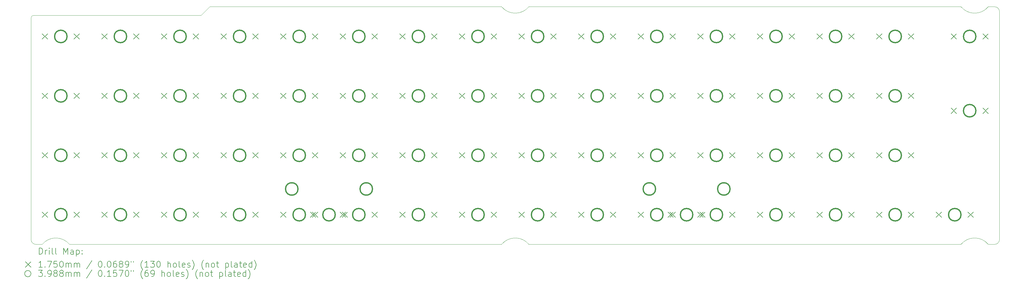
<source format=gbr>
%TF.GenerationSoftware,KiCad,Pcbnew,8.0.2-1.fc39*%
%TF.CreationDate,2024-05-29T21:02:28-04:00*%
%TF.ProjectId,KeychronQ9OrthoIntegrated,4b657963-6872-46f6-9e51-394f7274686f,rev?*%
%TF.SameCoordinates,Original*%
%TF.FileFunction,Drillmap*%
%TF.FilePolarity,Positive*%
%FSLAX45Y45*%
G04 Gerber Fmt 4.5, Leading zero omitted, Abs format (unit mm)*
G04 Created by KiCad (PCBNEW 8.0.2-1.fc39) date 2024-05-29 21:02:28*
%MOMM*%
%LPD*%
G01*
G04 APERTURE LIST*
%ADD10C,0.050000*%
%ADD11C,0.200000*%
%ADD12C,0.175000*%
%ADD13C,0.398780*%
G04 APERTURE END LIST*
D10*
X1746250Y-9207500D02*
G75*
G02*
X1587500Y-9048750I0J158750D01*
G01*
X16629062Y-9207500D02*
G75*
G02*
X17502188Y-9207500I436563J-357187D01*
G01*
X1944687Y-9207500D02*
G75*
G02*
X2817812Y-9207500I436563J-357187D01*
G01*
X32186562Y-1587500D02*
G75*
G02*
X31313437Y-1587500I-436563J357187D01*
G01*
X32186562Y-9207500D02*
X32385000Y-9207500D01*
X17502188Y-9207500D02*
X31313437Y-9207500D01*
X32543750Y-9048750D02*
G75*
G02*
X32385000Y-9207500I-158750J0D01*
G01*
X7302500Y-1587500D02*
X7024687Y-1865312D01*
X1587500Y-1944687D02*
G75*
G02*
X1666875Y-1865310I79380J-3D01*
G01*
X1587500Y-1944687D02*
X1587500Y-9048750D01*
X17502188Y-1587500D02*
G75*
G02*
X16629062Y-1587500I-436563J357187D01*
G01*
X31313437Y-9207500D02*
G75*
G02*
X32186562Y-9207500I436563J-357187D01*
G01*
X1746250Y-9207500D02*
X1944687Y-9207500D01*
X7024687Y-1865312D02*
X1666875Y-1865312D01*
X32186562Y-1587500D02*
X32385000Y-1587500D01*
X17502188Y-1587500D02*
X31313437Y-1587500D01*
X16629062Y-1587500D02*
X7302500Y-1587500D01*
X32385000Y-1587500D02*
G75*
G02*
X32543750Y-1746250I0J-158750D01*
G01*
X16629062Y-9207500D02*
X2817812Y-9207500D01*
X32543750Y-1746250D02*
X32543750Y-9048750D01*
D11*
D12*
X1944500Y-2452500D02*
X2119500Y-2627500D01*
X2119500Y-2452500D02*
X1944500Y-2627500D01*
X1944500Y-4357500D02*
X2119500Y-4532500D01*
X2119500Y-4357500D02*
X1944500Y-4532500D01*
X1944500Y-6262500D02*
X2119500Y-6437500D01*
X2119500Y-6262500D02*
X1944500Y-6437500D01*
X1944500Y-8167500D02*
X2119500Y-8342500D01*
X2119500Y-8167500D02*
X1944500Y-8342500D01*
X2960500Y-2452500D02*
X3135500Y-2627500D01*
X3135500Y-2452500D02*
X2960500Y-2627500D01*
X2960500Y-4357500D02*
X3135500Y-4532500D01*
X3135500Y-4357500D02*
X2960500Y-4532500D01*
X2960500Y-6262500D02*
X3135500Y-6437500D01*
X3135500Y-6262500D02*
X2960500Y-6437500D01*
X2960500Y-8167500D02*
X3135500Y-8342500D01*
X3135500Y-8167500D02*
X2960500Y-8342500D01*
X3849500Y-2452500D02*
X4024500Y-2627500D01*
X4024500Y-2452500D02*
X3849500Y-2627500D01*
X3849500Y-4357500D02*
X4024500Y-4532500D01*
X4024500Y-4357500D02*
X3849500Y-4532500D01*
X3849500Y-6262500D02*
X4024500Y-6437500D01*
X4024500Y-6262500D02*
X3849500Y-6437500D01*
X3849500Y-8167500D02*
X4024500Y-8342500D01*
X4024500Y-8167500D02*
X3849500Y-8342500D01*
X4865500Y-2452500D02*
X5040500Y-2627500D01*
X5040500Y-2452500D02*
X4865500Y-2627500D01*
X4865500Y-4357500D02*
X5040500Y-4532500D01*
X5040500Y-4357500D02*
X4865500Y-4532500D01*
X4865500Y-6262500D02*
X5040500Y-6437500D01*
X5040500Y-6262500D02*
X4865500Y-6437500D01*
X4865500Y-8167500D02*
X5040500Y-8342500D01*
X5040500Y-8167500D02*
X4865500Y-8342500D01*
X5754500Y-2452500D02*
X5929500Y-2627500D01*
X5929500Y-2452500D02*
X5754500Y-2627500D01*
X5754500Y-4357500D02*
X5929500Y-4532500D01*
X5929500Y-4357500D02*
X5754500Y-4532500D01*
X5754500Y-6262500D02*
X5929500Y-6437500D01*
X5929500Y-6262500D02*
X5754500Y-6437500D01*
X5754500Y-8167500D02*
X5929500Y-8342500D01*
X5929500Y-8167500D02*
X5754500Y-8342500D01*
X6770500Y-2452500D02*
X6945500Y-2627500D01*
X6945500Y-2452500D02*
X6770500Y-2627500D01*
X6770500Y-4357500D02*
X6945500Y-4532500D01*
X6945500Y-4357500D02*
X6770500Y-4532500D01*
X6770500Y-6262500D02*
X6945500Y-6437500D01*
X6945500Y-6262500D02*
X6770500Y-6437500D01*
X6770500Y-8167500D02*
X6945500Y-8342500D01*
X6945500Y-8167500D02*
X6770500Y-8342500D01*
X7659500Y-2452500D02*
X7834500Y-2627500D01*
X7834500Y-2452500D02*
X7659500Y-2627500D01*
X7659500Y-4357500D02*
X7834500Y-4532500D01*
X7834500Y-4357500D02*
X7659500Y-4532500D01*
X7659500Y-6262500D02*
X7834500Y-6437500D01*
X7834500Y-6262500D02*
X7659500Y-6437500D01*
X7659500Y-8167500D02*
X7834500Y-8342500D01*
X7834500Y-8167500D02*
X7659500Y-8342500D01*
X8675500Y-2452500D02*
X8850500Y-2627500D01*
X8850500Y-2452500D02*
X8675500Y-2627500D01*
X8675500Y-4357500D02*
X8850500Y-4532500D01*
X8850500Y-4357500D02*
X8675500Y-4532500D01*
X8675500Y-6262500D02*
X8850500Y-6437500D01*
X8850500Y-6262500D02*
X8675500Y-6437500D01*
X8675500Y-8167500D02*
X8850500Y-8342500D01*
X8850500Y-8167500D02*
X8675500Y-8342500D01*
X9564500Y-2452500D02*
X9739500Y-2627500D01*
X9739500Y-2452500D02*
X9564500Y-2627500D01*
X9564500Y-4357500D02*
X9739500Y-4532500D01*
X9739500Y-4357500D02*
X9564500Y-4532500D01*
X9564500Y-6262500D02*
X9739500Y-6437500D01*
X9739500Y-6262500D02*
X9564500Y-6437500D01*
X9564500Y-8167500D02*
X9739500Y-8342500D01*
X9739500Y-8167500D02*
X9564500Y-8342500D01*
X10517000Y-8167500D02*
X10692000Y-8342500D01*
X10692000Y-8167500D02*
X10517000Y-8342500D01*
X10580500Y-2452500D02*
X10755500Y-2627500D01*
X10755500Y-2452500D02*
X10580500Y-2627500D01*
X10580500Y-4357500D02*
X10755500Y-4532500D01*
X10755500Y-4357500D02*
X10580500Y-4532500D01*
X10580500Y-6262500D02*
X10755500Y-6437500D01*
X10755500Y-6262500D02*
X10580500Y-6437500D01*
X10580500Y-8167500D02*
X10755500Y-8342500D01*
X10755500Y-8167500D02*
X10580500Y-8342500D01*
X11469500Y-2452500D02*
X11644500Y-2627500D01*
X11644500Y-2452500D02*
X11469500Y-2627500D01*
X11469500Y-4357500D02*
X11644500Y-4532500D01*
X11644500Y-4357500D02*
X11469500Y-4532500D01*
X11469500Y-6262500D02*
X11644500Y-6437500D01*
X11644500Y-6262500D02*
X11469500Y-6437500D01*
X11469500Y-8167500D02*
X11644500Y-8342500D01*
X11644500Y-8167500D02*
X11469500Y-8342500D01*
X11533000Y-8167500D02*
X11708000Y-8342500D01*
X11708000Y-8167500D02*
X11533000Y-8342500D01*
X12485500Y-2452500D02*
X12660500Y-2627500D01*
X12660500Y-2452500D02*
X12485500Y-2627500D01*
X12485500Y-4357500D02*
X12660500Y-4532500D01*
X12660500Y-4357500D02*
X12485500Y-4532500D01*
X12485500Y-6262500D02*
X12660500Y-6437500D01*
X12660500Y-6262500D02*
X12485500Y-6437500D01*
X12485500Y-8167500D02*
X12660500Y-8342500D01*
X12660500Y-8167500D02*
X12485500Y-8342500D01*
X13374500Y-2452500D02*
X13549500Y-2627500D01*
X13549500Y-2452500D02*
X13374500Y-2627500D01*
X13374500Y-4357500D02*
X13549500Y-4532500D01*
X13549500Y-4357500D02*
X13374500Y-4532500D01*
X13374500Y-6262500D02*
X13549500Y-6437500D01*
X13549500Y-6262500D02*
X13374500Y-6437500D01*
X13374500Y-8167500D02*
X13549500Y-8342500D01*
X13549500Y-8167500D02*
X13374500Y-8342500D01*
X14390500Y-2452500D02*
X14565500Y-2627500D01*
X14565500Y-2452500D02*
X14390500Y-2627500D01*
X14390500Y-4357500D02*
X14565500Y-4532500D01*
X14565500Y-4357500D02*
X14390500Y-4532500D01*
X14390500Y-6262500D02*
X14565500Y-6437500D01*
X14565500Y-6262500D02*
X14390500Y-6437500D01*
X14390500Y-8167500D02*
X14565500Y-8342500D01*
X14565500Y-8167500D02*
X14390500Y-8342500D01*
X15279500Y-2452500D02*
X15454500Y-2627500D01*
X15454500Y-2452500D02*
X15279500Y-2627500D01*
X15279500Y-4357500D02*
X15454500Y-4532500D01*
X15454500Y-4357500D02*
X15279500Y-4532500D01*
X15279500Y-6262500D02*
X15454500Y-6437500D01*
X15454500Y-6262500D02*
X15279500Y-6437500D01*
X15279500Y-8167500D02*
X15454500Y-8342500D01*
X15454500Y-8167500D02*
X15279500Y-8342500D01*
X16295500Y-2452500D02*
X16470500Y-2627500D01*
X16470500Y-2452500D02*
X16295500Y-2627500D01*
X16295500Y-4357500D02*
X16470500Y-4532500D01*
X16470500Y-4357500D02*
X16295500Y-4532500D01*
X16295500Y-6262500D02*
X16470500Y-6437500D01*
X16470500Y-6262500D02*
X16295500Y-6437500D01*
X16295500Y-8167500D02*
X16470500Y-8342500D01*
X16470500Y-8167500D02*
X16295500Y-8342500D01*
X17184500Y-2452500D02*
X17359500Y-2627500D01*
X17359500Y-2452500D02*
X17184500Y-2627500D01*
X17184500Y-4357500D02*
X17359500Y-4532500D01*
X17359500Y-4357500D02*
X17184500Y-4532500D01*
X17184500Y-6262500D02*
X17359500Y-6437500D01*
X17359500Y-6262500D02*
X17184500Y-6437500D01*
X17184500Y-8167500D02*
X17359500Y-8342500D01*
X17359500Y-8167500D02*
X17184500Y-8342500D01*
X18200500Y-2452500D02*
X18375500Y-2627500D01*
X18375500Y-2452500D02*
X18200500Y-2627500D01*
X18200500Y-4357500D02*
X18375500Y-4532500D01*
X18375500Y-4357500D02*
X18200500Y-4532500D01*
X18200500Y-6262500D02*
X18375500Y-6437500D01*
X18375500Y-6262500D02*
X18200500Y-6437500D01*
X18200500Y-8167500D02*
X18375500Y-8342500D01*
X18375500Y-8167500D02*
X18200500Y-8342500D01*
X19089500Y-2452500D02*
X19264500Y-2627500D01*
X19264500Y-2452500D02*
X19089500Y-2627500D01*
X19089500Y-4357500D02*
X19264500Y-4532500D01*
X19264500Y-4357500D02*
X19089500Y-4532500D01*
X19089500Y-6262500D02*
X19264500Y-6437500D01*
X19264500Y-6262500D02*
X19089500Y-6437500D01*
X19089500Y-8167500D02*
X19264500Y-8342500D01*
X19264500Y-8167500D02*
X19089500Y-8342500D01*
X20105500Y-2452500D02*
X20280500Y-2627500D01*
X20280500Y-2452500D02*
X20105500Y-2627500D01*
X20105500Y-4357500D02*
X20280500Y-4532500D01*
X20280500Y-4357500D02*
X20105500Y-4532500D01*
X20105500Y-6262500D02*
X20280500Y-6437500D01*
X20280500Y-6262500D02*
X20105500Y-6437500D01*
X20105500Y-8167500D02*
X20280500Y-8342500D01*
X20280500Y-8167500D02*
X20105500Y-8342500D01*
X20994500Y-2452500D02*
X21169500Y-2627500D01*
X21169500Y-2452500D02*
X20994500Y-2627500D01*
X20994500Y-4357500D02*
X21169500Y-4532500D01*
X21169500Y-4357500D02*
X20994500Y-4532500D01*
X20994500Y-6262500D02*
X21169500Y-6437500D01*
X21169500Y-6262500D02*
X20994500Y-6437500D01*
X20994500Y-8167500D02*
X21169500Y-8342500D01*
X21169500Y-8167500D02*
X20994500Y-8342500D01*
X21947000Y-8167500D02*
X22122000Y-8342500D01*
X22122000Y-8167500D02*
X21947000Y-8342500D01*
X22010500Y-2452500D02*
X22185500Y-2627500D01*
X22185500Y-2452500D02*
X22010500Y-2627500D01*
X22010500Y-4357500D02*
X22185500Y-4532500D01*
X22185500Y-4357500D02*
X22010500Y-4532500D01*
X22010500Y-6262500D02*
X22185500Y-6437500D01*
X22185500Y-6262500D02*
X22010500Y-6437500D01*
X22010500Y-8167500D02*
X22185500Y-8342500D01*
X22185500Y-8167500D02*
X22010500Y-8342500D01*
X22899500Y-2452500D02*
X23074500Y-2627500D01*
X23074500Y-2452500D02*
X22899500Y-2627500D01*
X22899500Y-4357500D02*
X23074500Y-4532500D01*
X23074500Y-4357500D02*
X22899500Y-4532500D01*
X22899500Y-6262500D02*
X23074500Y-6437500D01*
X23074500Y-6262500D02*
X22899500Y-6437500D01*
X22899500Y-8167500D02*
X23074500Y-8342500D01*
X23074500Y-8167500D02*
X22899500Y-8342500D01*
X22963000Y-8167500D02*
X23138000Y-8342500D01*
X23138000Y-8167500D02*
X22963000Y-8342500D01*
X23915500Y-2452500D02*
X24090500Y-2627500D01*
X24090500Y-2452500D02*
X23915500Y-2627500D01*
X23915500Y-4357500D02*
X24090500Y-4532500D01*
X24090500Y-4357500D02*
X23915500Y-4532500D01*
X23915500Y-6262500D02*
X24090500Y-6437500D01*
X24090500Y-6262500D02*
X23915500Y-6437500D01*
X23915500Y-8167500D02*
X24090500Y-8342500D01*
X24090500Y-8167500D02*
X23915500Y-8342500D01*
X24804500Y-2452500D02*
X24979500Y-2627500D01*
X24979500Y-2452500D02*
X24804500Y-2627500D01*
X24804500Y-4357500D02*
X24979500Y-4532500D01*
X24979500Y-4357500D02*
X24804500Y-4532500D01*
X24804500Y-6262500D02*
X24979500Y-6437500D01*
X24979500Y-6262500D02*
X24804500Y-6437500D01*
X24804500Y-8167500D02*
X24979500Y-8342500D01*
X24979500Y-8167500D02*
X24804500Y-8342500D01*
X25820500Y-2452500D02*
X25995500Y-2627500D01*
X25995500Y-2452500D02*
X25820500Y-2627500D01*
X25820500Y-4357500D02*
X25995500Y-4532500D01*
X25995500Y-4357500D02*
X25820500Y-4532500D01*
X25820500Y-6262500D02*
X25995500Y-6437500D01*
X25995500Y-6262500D02*
X25820500Y-6437500D01*
X25820500Y-8167500D02*
X25995500Y-8342500D01*
X25995500Y-8167500D02*
X25820500Y-8342500D01*
X26709500Y-2452500D02*
X26884500Y-2627500D01*
X26884500Y-2452500D02*
X26709500Y-2627500D01*
X26709500Y-4357500D02*
X26884500Y-4532500D01*
X26884500Y-4357500D02*
X26709500Y-4532500D01*
X26709500Y-6262500D02*
X26884500Y-6437500D01*
X26884500Y-6262500D02*
X26709500Y-6437500D01*
X26709500Y-8167500D02*
X26884500Y-8342500D01*
X26884500Y-8167500D02*
X26709500Y-8342500D01*
X27725500Y-2452500D02*
X27900500Y-2627500D01*
X27900500Y-2452500D02*
X27725500Y-2627500D01*
X27725500Y-4357500D02*
X27900500Y-4532500D01*
X27900500Y-4357500D02*
X27725500Y-4532500D01*
X27725500Y-6262500D02*
X27900500Y-6437500D01*
X27900500Y-6262500D02*
X27725500Y-6437500D01*
X27725500Y-8167500D02*
X27900500Y-8342500D01*
X27900500Y-8167500D02*
X27725500Y-8342500D01*
X28614500Y-2452500D02*
X28789500Y-2627500D01*
X28789500Y-2452500D02*
X28614500Y-2627500D01*
X28614500Y-4357500D02*
X28789500Y-4532500D01*
X28789500Y-4357500D02*
X28614500Y-4532500D01*
X28614500Y-6262500D02*
X28789500Y-6437500D01*
X28789500Y-6262500D02*
X28614500Y-6437500D01*
X28614500Y-8167500D02*
X28789500Y-8342500D01*
X28789500Y-8167500D02*
X28614500Y-8342500D01*
X29630500Y-2452500D02*
X29805500Y-2627500D01*
X29805500Y-2452500D02*
X29630500Y-2627500D01*
X29630500Y-4357500D02*
X29805500Y-4532500D01*
X29805500Y-4357500D02*
X29630500Y-4532500D01*
X29630500Y-6262500D02*
X29805500Y-6437500D01*
X29805500Y-6262500D02*
X29630500Y-6437500D01*
X29630500Y-8167500D02*
X29805500Y-8342500D01*
X29805500Y-8167500D02*
X29630500Y-8342500D01*
X30519500Y-8167500D02*
X30694500Y-8342500D01*
X30694500Y-8167500D02*
X30519500Y-8342500D01*
X30995750Y-2452500D02*
X31170750Y-2627500D01*
X31170750Y-2452500D02*
X30995750Y-2627500D01*
X30995750Y-4833750D02*
X31170750Y-5008750D01*
X31170750Y-4833750D02*
X30995750Y-5008750D01*
X31535500Y-8167500D02*
X31710500Y-8342500D01*
X31710500Y-8167500D02*
X31535500Y-8342500D01*
X32011750Y-2452500D02*
X32186750Y-2627500D01*
X32186750Y-2452500D02*
X32011750Y-2627500D01*
X32011750Y-4833750D02*
X32186750Y-5008750D01*
X32186750Y-4833750D02*
X32011750Y-5008750D01*
D13*
X2739390Y-2540000D02*
G75*
G02*
X2340610Y-2540000I-199390J0D01*
G01*
X2340610Y-2540000D02*
G75*
G02*
X2739390Y-2540000I199390J0D01*
G01*
X2739390Y-4445000D02*
G75*
G02*
X2340610Y-4445000I-199390J0D01*
G01*
X2340610Y-4445000D02*
G75*
G02*
X2739390Y-4445000I199390J0D01*
G01*
X2739390Y-6350000D02*
G75*
G02*
X2340610Y-6350000I-199390J0D01*
G01*
X2340610Y-6350000D02*
G75*
G02*
X2739390Y-6350000I199390J0D01*
G01*
X2739390Y-8255000D02*
G75*
G02*
X2340610Y-8255000I-199390J0D01*
G01*
X2340610Y-8255000D02*
G75*
G02*
X2739390Y-8255000I199390J0D01*
G01*
X4644390Y-2540000D02*
G75*
G02*
X4245610Y-2540000I-199390J0D01*
G01*
X4245610Y-2540000D02*
G75*
G02*
X4644390Y-2540000I199390J0D01*
G01*
X4644390Y-4445000D02*
G75*
G02*
X4245610Y-4445000I-199390J0D01*
G01*
X4245610Y-4445000D02*
G75*
G02*
X4644390Y-4445000I199390J0D01*
G01*
X4644390Y-6350000D02*
G75*
G02*
X4245610Y-6350000I-199390J0D01*
G01*
X4245610Y-6350000D02*
G75*
G02*
X4644390Y-6350000I199390J0D01*
G01*
X4644390Y-8255000D02*
G75*
G02*
X4245610Y-8255000I-199390J0D01*
G01*
X4245610Y-8255000D02*
G75*
G02*
X4644390Y-8255000I199390J0D01*
G01*
X6549390Y-2540000D02*
G75*
G02*
X6150610Y-2540000I-199390J0D01*
G01*
X6150610Y-2540000D02*
G75*
G02*
X6549390Y-2540000I199390J0D01*
G01*
X6549390Y-4445000D02*
G75*
G02*
X6150610Y-4445000I-199390J0D01*
G01*
X6150610Y-4445000D02*
G75*
G02*
X6549390Y-4445000I199390J0D01*
G01*
X6549390Y-6350000D02*
G75*
G02*
X6150610Y-6350000I-199390J0D01*
G01*
X6150610Y-6350000D02*
G75*
G02*
X6549390Y-6350000I199390J0D01*
G01*
X6549390Y-8255000D02*
G75*
G02*
X6150610Y-8255000I-199390J0D01*
G01*
X6150610Y-8255000D02*
G75*
G02*
X6549390Y-8255000I199390J0D01*
G01*
X8454390Y-2540000D02*
G75*
G02*
X8055610Y-2540000I-199390J0D01*
G01*
X8055610Y-2540000D02*
G75*
G02*
X8454390Y-2540000I199390J0D01*
G01*
X8454390Y-4445000D02*
G75*
G02*
X8055610Y-4445000I-199390J0D01*
G01*
X8055610Y-4445000D02*
G75*
G02*
X8454390Y-4445000I199390J0D01*
G01*
X8454390Y-6350000D02*
G75*
G02*
X8055610Y-6350000I-199390J0D01*
G01*
X8055610Y-6350000D02*
G75*
G02*
X8454390Y-6350000I199390J0D01*
G01*
X8454390Y-8255000D02*
G75*
G02*
X8055610Y-8255000I-199390J0D01*
G01*
X8055610Y-8255000D02*
G75*
G02*
X8454390Y-8255000I199390J0D01*
G01*
X10121265Y-7429500D02*
G75*
G02*
X9722485Y-7429500I-199390J0D01*
G01*
X9722485Y-7429500D02*
G75*
G02*
X10121265Y-7429500I199390J0D01*
G01*
X10359390Y-2540000D02*
G75*
G02*
X9960610Y-2540000I-199390J0D01*
G01*
X9960610Y-2540000D02*
G75*
G02*
X10359390Y-2540000I199390J0D01*
G01*
X10359390Y-4445000D02*
G75*
G02*
X9960610Y-4445000I-199390J0D01*
G01*
X9960610Y-4445000D02*
G75*
G02*
X10359390Y-4445000I199390J0D01*
G01*
X10359390Y-6350000D02*
G75*
G02*
X9960610Y-6350000I-199390J0D01*
G01*
X9960610Y-6350000D02*
G75*
G02*
X10359390Y-6350000I199390J0D01*
G01*
X10359390Y-8255000D02*
G75*
G02*
X9960610Y-8255000I-199390J0D01*
G01*
X9960610Y-8255000D02*
G75*
G02*
X10359390Y-8255000I199390J0D01*
G01*
X11311890Y-8255000D02*
G75*
G02*
X10913110Y-8255000I-199390J0D01*
G01*
X10913110Y-8255000D02*
G75*
G02*
X11311890Y-8255000I199390J0D01*
G01*
X12264390Y-2540000D02*
G75*
G02*
X11865610Y-2540000I-199390J0D01*
G01*
X11865610Y-2540000D02*
G75*
G02*
X12264390Y-2540000I199390J0D01*
G01*
X12264390Y-4445000D02*
G75*
G02*
X11865610Y-4445000I-199390J0D01*
G01*
X11865610Y-4445000D02*
G75*
G02*
X12264390Y-4445000I199390J0D01*
G01*
X12264390Y-6350000D02*
G75*
G02*
X11865610Y-6350000I-199390J0D01*
G01*
X11865610Y-6350000D02*
G75*
G02*
X12264390Y-6350000I199390J0D01*
G01*
X12264390Y-8255000D02*
G75*
G02*
X11865610Y-8255000I-199390J0D01*
G01*
X11865610Y-8255000D02*
G75*
G02*
X12264390Y-8255000I199390J0D01*
G01*
X12502515Y-7429500D02*
G75*
G02*
X12103735Y-7429500I-199390J0D01*
G01*
X12103735Y-7429500D02*
G75*
G02*
X12502515Y-7429500I199390J0D01*
G01*
X14169390Y-2540000D02*
G75*
G02*
X13770610Y-2540000I-199390J0D01*
G01*
X13770610Y-2540000D02*
G75*
G02*
X14169390Y-2540000I199390J0D01*
G01*
X14169390Y-4445000D02*
G75*
G02*
X13770610Y-4445000I-199390J0D01*
G01*
X13770610Y-4445000D02*
G75*
G02*
X14169390Y-4445000I199390J0D01*
G01*
X14169390Y-6350000D02*
G75*
G02*
X13770610Y-6350000I-199390J0D01*
G01*
X13770610Y-6350000D02*
G75*
G02*
X14169390Y-6350000I199390J0D01*
G01*
X14169390Y-8255000D02*
G75*
G02*
X13770610Y-8255000I-199390J0D01*
G01*
X13770610Y-8255000D02*
G75*
G02*
X14169390Y-8255000I199390J0D01*
G01*
X16074390Y-2540000D02*
G75*
G02*
X15675610Y-2540000I-199390J0D01*
G01*
X15675610Y-2540000D02*
G75*
G02*
X16074390Y-2540000I199390J0D01*
G01*
X16074390Y-4445000D02*
G75*
G02*
X15675610Y-4445000I-199390J0D01*
G01*
X15675610Y-4445000D02*
G75*
G02*
X16074390Y-4445000I199390J0D01*
G01*
X16074390Y-6350000D02*
G75*
G02*
X15675610Y-6350000I-199390J0D01*
G01*
X15675610Y-6350000D02*
G75*
G02*
X16074390Y-6350000I199390J0D01*
G01*
X16074390Y-8255000D02*
G75*
G02*
X15675610Y-8255000I-199390J0D01*
G01*
X15675610Y-8255000D02*
G75*
G02*
X16074390Y-8255000I199390J0D01*
G01*
X17979390Y-2540000D02*
G75*
G02*
X17580610Y-2540000I-199390J0D01*
G01*
X17580610Y-2540000D02*
G75*
G02*
X17979390Y-2540000I199390J0D01*
G01*
X17979390Y-4445000D02*
G75*
G02*
X17580610Y-4445000I-199390J0D01*
G01*
X17580610Y-4445000D02*
G75*
G02*
X17979390Y-4445000I199390J0D01*
G01*
X17979390Y-6350000D02*
G75*
G02*
X17580610Y-6350000I-199390J0D01*
G01*
X17580610Y-6350000D02*
G75*
G02*
X17979390Y-6350000I199390J0D01*
G01*
X17979390Y-8255000D02*
G75*
G02*
X17580610Y-8255000I-199390J0D01*
G01*
X17580610Y-8255000D02*
G75*
G02*
X17979390Y-8255000I199390J0D01*
G01*
X19884390Y-2540000D02*
G75*
G02*
X19485610Y-2540000I-199390J0D01*
G01*
X19485610Y-2540000D02*
G75*
G02*
X19884390Y-2540000I199390J0D01*
G01*
X19884390Y-4445000D02*
G75*
G02*
X19485610Y-4445000I-199390J0D01*
G01*
X19485610Y-4445000D02*
G75*
G02*
X19884390Y-4445000I199390J0D01*
G01*
X19884390Y-6350000D02*
G75*
G02*
X19485610Y-6350000I-199390J0D01*
G01*
X19485610Y-6350000D02*
G75*
G02*
X19884390Y-6350000I199390J0D01*
G01*
X19884390Y-8255000D02*
G75*
G02*
X19485610Y-8255000I-199390J0D01*
G01*
X19485610Y-8255000D02*
G75*
G02*
X19884390Y-8255000I199390J0D01*
G01*
X21551265Y-7429500D02*
G75*
G02*
X21152485Y-7429500I-199390J0D01*
G01*
X21152485Y-7429500D02*
G75*
G02*
X21551265Y-7429500I199390J0D01*
G01*
X21789390Y-2540000D02*
G75*
G02*
X21390610Y-2540000I-199390J0D01*
G01*
X21390610Y-2540000D02*
G75*
G02*
X21789390Y-2540000I199390J0D01*
G01*
X21789390Y-4445000D02*
G75*
G02*
X21390610Y-4445000I-199390J0D01*
G01*
X21390610Y-4445000D02*
G75*
G02*
X21789390Y-4445000I199390J0D01*
G01*
X21789390Y-6350000D02*
G75*
G02*
X21390610Y-6350000I-199390J0D01*
G01*
X21390610Y-6350000D02*
G75*
G02*
X21789390Y-6350000I199390J0D01*
G01*
X21789390Y-8255000D02*
G75*
G02*
X21390610Y-8255000I-199390J0D01*
G01*
X21390610Y-8255000D02*
G75*
G02*
X21789390Y-8255000I199390J0D01*
G01*
X22741890Y-8255000D02*
G75*
G02*
X22343110Y-8255000I-199390J0D01*
G01*
X22343110Y-8255000D02*
G75*
G02*
X22741890Y-8255000I199390J0D01*
G01*
X23694390Y-2540000D02*
G75*
G02*
X23295610Y-2540000I-199390J0D01*
G01*
X23295610Y-2540000D02*
G75*
G02*
X23694390Y-2540000I199390J0D01*
G01*
X23694390Y-4445000D02*
G75*
G02*
X23295610Y-4445000I-199390J0D01*
G01*
X23295610Y-4445000D02*
G75*
G02*
X23694390Y-4445000I199390J0D01*
G01*
X23694390Y-6350000D02*
G75*
G02*
X23295610Y-6350000I-199390J0D01*
G01*
X23295610Y-6350000D02*
G75*
G02*
X23694390Y-6350000I199390J0D01*
G01*
X23694390Y-8255000D02*
G75*
G02*
X23295610Y-8255000I-199390J0D01*
G01*
X23295610Y-8255000D02*
G75*
G02*
X23694390Y-8255000I199390J0D01*
G01*
X23932515Y-7429500D02*
G75*
G02*
X23533735Y-7429500I-199390J0D01*
G01*
X23533735Y-7429500D02*
G75*
G02*
X23932515Y-7429500I199390J0D01*
G01*
X25599390Y-2540000D02*
G75*
G02*
X25200610Y-2540000I-199390J0D01*
G01*
X25200610Y-2540000D02*
G75*
G02*
X25599390Y-2540000I199390J0D01*
G01*
X25599390Y-4445000D02*
G75*
G02*
X25200610Y-4445000I-199390J0D01*
G01*
X25200610Y-4445000D02*
G75*
G02*
X25599390Y-4445000I199390J0D01*
G01*
X25599390Y-6350000D02*
G75*
G02*
X25200610Y-6350000I-199390J0D01*
G01*
X25200610Y-6350000D02*
G75*
G02*
X25599390Y-6350000I199390J0D01*
G01*
X25599390Y-8255000D02*
G75*
G02*
X25200610Y-8255000I-199390J0D01*
G01*
X25200610Y-8255000D02*
G75*
G02*
X25599390Y-8255000I199390J0D01*
G01*
X27504390Y-2540000D02*
G75*
G02*
X27105610Y-2540000I-199390J0D01*
G01*
X27105610Y-2540000D02*
G75*
G02*
X27504390Y-2540000I199390J0D01*
G01*
X27504390Y-4445000D02*
G75*
G02*
X27105610Y-4445000I-199390J0D01*
G01*
X27105610Y-4445000D02*
G75*
G02*
X27504390Y-4445000I199390J0D01*
G01*
X27504390Y-6350000D02*
G75*
G02*
X27105610Y-6350000I-199390J0D01*
G01*
X27105610Y-6350000D02*
G75*
G02*
X27504390Y-6350000I199390J0D01*
G01*
X27504390Y-8255000D02*
G75*
G02*
X27105610Y-8255000I-199390J0D01*
G01*
X27105610Y-8255000D02*
G75*
G02*
X27504390Y-8255000I199390J0D01*
G01*
X29409390Y-2540000D02*
G75*
G02*
X29010610Y-2540000I-199390J0D01*
G01*
X29010610Y-2540000D02*
G75*
G02*
X29409390Y-2540000I199390J0D01*
G01*
X29409390Y-4445000D02*
G75*
G02*
X29010610Y-4445000I-199390J0D01*
G01*
X29010610Y-4445000D02*
G75*
G02*
X29409390Y-4445000I199390J0D01*
G01*
X29409390Y-6350000D02*
G75*
G02*
X29010610Y-6350000I-199390J0D01*
G01*
X29010610Y-6350000D02*
G75*
G02*
X29409390Y-6350000I199390J0D01*
G01*
X29409390Y-8255000D02*
G75*
G02*
X29010610Y-8255000I-199390J0D01*
G01*
X29010610Y-8255000D02*
G75*
G02*
X29409390Y-8255000I199390J0D01*
G01*
X31314390Y-8255000D02*
G75*
G02*
X30915610Y-8255000I-199390J0D01*
G01*
X30915610Y-8255000D02*
G75*
G02*
X31314390Y-8255000I199390J0D01*
G01*
X31790640Y-2540000D02*
G75*
G02*
X31391860Y-2540000I-199390J0D01*
G01*
X31391860Y-2540000D02*
G75*
G02*
X31790640Y-2540000I199390J0D01*
G01*
X31790640Y-4921250D02*
G75*
G02*
X31391860Y-4921250I-199390J0D01*
G01*
X31391860Y-4921250D02*
G75*
G02*
X31790640Y-4921250I199390J0D01*
G01*
D11*
X1845777Y-9521484D02*
X1845777Y-9321484D01*
X1845777Y-9321484D02*
X1893396Y-9321484D01*
X1893396Y-9321484D02*
X1921967Y-9331008D01*
X1921967Y-9331008D02*
X1941015Y-9350055D01*
X1941015Y-9350055D02*
X1950539Y-9369103D01*
X1950539Y-9369103D02*
X1960062Y-9407198D01*
X1960062Y-9407198D02*
X1960062Y-9435770D01*
X1960062Y-9435770D02*
X1950539Y-9473865D01*
X1950539Y-9473865D02*
X1941015Y-9492912D01*
X1941015Y-9492912D02*
X1921967Y-9511960D01*
X1921967Y-9511960D02*
X1893396Y-9521484D01*
X1893396Y-9521484D02*
X1845777Y-9521484D01*
X2045777Y-9521484D02*
X2045777Y-9388150D01*
X2045777Y-9426246D02*
X2055301Y-9407198D01*
X2055301Y-9407198D02*
X2064824Y-9397674D01*
X2064824Y-9397674D02*
X2083872Y-9388150D01*
X2083872Y-9388150D02*
X2102920Y-9388150D01*
X2169586Y-9521484D02*
X2169586Y-9388150D01*
X2169586Y-9321484D02*
X2160063Y-9331008D01*
X2160063Y-9331008D02*
X2169586Y-9340531D01*
X2169586Y-9340531D02*
X2179110Y-9331008D01*
X2179110Y-9331008D02*
X2169586Y-9321484D01*
X2169586Y-9321484D02*
X2169586Y-9340531D01*
X2293396Y-9521484D02*
X2274348Y-9511960D01*
X2274348Y-9511960D02*
X2264824Y-9492912D01*
X2264824Y-9492912D02*
X2264824Y-9321484D01*
X2398158Y-9521484D02*
X2379110Y-9511960D01*
X2379110Y-9511960D02*
X2369586Y-9492912D01*
X2369586Y-9492912D02*
X2369586Y-9321484D01*
X2626729Y-9521484D02*
X2626729Y-9321484D01*
X2626729Y-9321484D02*
X2693396Y-9464341D01*
X2693396Y-9464341D02*
X2760063Y-9321484D01*
X2760063Y-9321484D02*
X2760063Y-9521484D01*
X2941015Y-9521484D02*
X2941015Y-9416722D01*
X2941015Y-9416722D02*
X2931491Y-9397674D01*
X2931491Y-9397674D02*
X2912443Y-9388150D01*
X2912443Y-9388150D02*
X2874348Y-9388150D01*
X2874348Y-9388150D02*
X2855301Y-9397674D01*
X2941015Y-9511960D02*
X2921967Y-9521484D01*
X2921967Y-9521484D02*
X2874348Y-9521484D01*
X2874348Y-9521484D02*
X2855301Y-9511960D01*
X2855301Y-9511960D02*
X2845777Y-9492912D01*
X2845777Y-9492912D02*
X2845777Y-9473865D01*
X2845777Y-9473865D02*
X2855301Y-9454817D01*
X2855301Y-9454817D02*
X2874348Y-9445293D01*
X2874348Y-9445293D02*
X2921967Y-9445293D01*
X2921967Y-9445293D02*
X2941015Y-9435770D01*
X3036253Y-9388150D02*
X3036253Y-9588150D01*
X3036253Y-9397674D02*
X3055301Y-9388150D01*
X3055301Y-9388150D02*
X3093396Y-9388150D01*
X3093396Y-9388150D02*
X3112443Y-9397674D01*
X3112443Y-9397674D02*
X3121967Y-9407198D01*
X3121967Y-9407198D02*
X3131491Y-9426246D01*
X3131491Y-9426246D02*
X3131491Y-9483389D01*
X3131491Y-9483389D02*
X3121967Y-9502436D01*
X3121967Y-9502436D02*
X3112443Y-9511960D01*
X3112443Y-9511960D02*
X3093396Y-9521484D01*
X3093396Y-9521484D02*
X3055301Y-9521484D01*
X3055301Y-9521484D02*
X3036253Y-9511960D01*
X3217205Y-9502436D02*
X3226729Y-9511960D01*
X3226729Y-9511960D02*
X3217205Y-9521484D01*
X3217205Y-9521484D02*
X3207682Y-9511960D01*
X3207682Y-9511960D02*
X3217205Y-9502436D01*
X3217205Y-9502436D02*
X3217205Y-9521484D01*
X3217205Y-9397674D02*
X3226729Y-9407198D01*
X3226729Y-9407198D02*
X3217205Y-9416722D01*
X3217205Y-9416722D02*
X3207682Y-9407198D01*
X3207682Y-9407198D02*
X3217205Y-9397674D01*
X3217205Y-9397674D02*
X3217205Y-9416722D01*
D12*
X1410000Y-9762500D02*
X1585000Y-9937500D01*
X1585000Y-9762500D02*
X1410000Y-9937500D01*
D11*
X1950539Y-9941484D02*
X1836253Y-9941484D01*
X1893396Y-9941484D02*
X1893396Y-9741484D01*
X1893396Y-9741484D02*
X1874348Y-9770055D01*
X1874348Y-9770055D02*
X1855301Y-9789103D01*
X1855301Y-9789103D02*
X1836253Y-9798627D01*
X2036253Y-9922436D02*
X2045777Y-9931960D01*
X2045777Y-9931960D02*
X2036253Y-9941484D01*
X2036253Y-9941484D02*
X2026729Y-9931960D01*
X2026729Y-9931960D02*
X2036253Y-9922436D01*
X2036253Y-9922436D02*
X2036253Y-9941484D01*
X2112444Y-9741484D02*
X2245777Y-9741484D01*
X2245777Y-9741484D02*
X2160063Y-9941484D01*
X2417205Y-9741484D02*
X2321967Y-9741484D01*
X2321967Y-9741484D02*
X2312444Y-9836722D01*
X2312444Y-9836722D02*
X2321967Y-9827198D01*
X2321967Y-9827198D02*
X2341015Y-9817674D01*
X2341015Y-9817674D02*
X2388634Y-9817674D01*
X2388634Y-9817674D02*
X2407682Y-9827198D01*
X2407682Y-9827198D02*
X2417205Y-9836722D01*
X2417205Y-9836722D02*
X2426729Y-9855770D01*
X2426729Y-9855770D02*
X2426729Y-9903389D01*
X2426729Y-9903389D02*
X2417205Y-9922436D01*
X2417205Y-9922436D02*
X2407682Y-9931960D01*
X2407682Y-9931960D02*
X2388634Y-9941484D01*
X2388634Y-9941484D02*
X2341015Y-9941484D01*
X2341015Y-9941484D02*
X2321967Y-9931960D01*
X2321967Y-9931960D02*
X2312444Y-9922436D01*
X2550539Y-9741484D02*
X2569586Y-9741484D01*
X2569586Y-9741484D02*
X2588634Y-9751008D01*
X2588634Y-9751008D02*
X2598158Y-9760531D01*
X2598158Y-9760531D02*
X2607682Y-9779579D01*
X2607682Y-9779579D02*
X2617205Y-9817674D01*
X2617205Y-9817674D02*
X2617205Y-9865293D01*
X2617205Y-9865293D02*
X2607682Y-9903389D01*
X2607682Y-9903389D02*
X2598158Y-9922436D01*
X2598158Y-9922436D02*
X2588634Y-9931960D01*
X2588634Y-9931960D02*
X2569586Y-9941484D01*
X2569586Y-9941484D02*
X2550539Y-9941484D01*
X2550539Y-9941484D02*
X2531491Y-9931960D01*
X2531491Y-9931960D02*
X2521967Y-9922436D01*
X2521967Y-9922436D02*
X2512444Y-9903389D01*
X2512444Y-9903389D02*
X2502920Y-9865293D01*
X2502920Y-9865293D02*
X2502920Y-9817674D01*
X2502920Y-9817674D02*
X2512444Y-9779579D01*
X2512444Y-9779579D02*
X2521967Y-9760531D01*
X2521967Y-9760531D02*
X2531491Y-9751008D01*
X2531491Y-9751008D02*
X2550539Y-9741484D01*
X2702920Y-9941484D02*
X2702920Y-9808150D01*
X2702920Y-9827198D02*
X2712444Y-9817674D01*
X2712444Y-9817674D02*
X2731491Y-9808150D01*
X2731491Y-9808150D02*
X2760063Y-9808150D01*
X2760063Y-9808150D02*
X2779110Y-9817674D01*
X2779110Y-9817674D02*
X2788634Y-9836722D01*
X2788634Y-9836722D02*
X2788634Y-9941484D01*
X2788634Y-9836722D02*
X2798158Y-9817674D01*
X2798158Y-9817674D02*
X2817205Y-9808150D01*
X2817205Y-9808150D02*
X2845777Y-9808150D01*
X2845777Y-9808150D02*
X2864824Y-9817674D01*
X2864824Y-9817674D02*
X2874348Y-9836722D01*
X2874348Y-9836722D02*
X2874348Y-9941484D01*
X2969586Y-9941484D02*
X2969586Y-9808150D01*
X2969586Y-9827198D02*
X2979110Y-9817674D01*
X2979110Y-9817674D02*
X2998158Y-9808150D01*
X2998158Y-9808150D02*
X3026729Y-9808150D01*
X3026729Y-9808150D02*
X3045777Y-9817674D01*
X3045777Y-9817674D02*
X3055301Y-9836722D01*
X3055301Y-9836722D02*
X3055301Y-9941484D01*
X3055301Y-9836722D02*
X3064824Y-9817674D01*
X3064824Y-9817674D02*
X3083872Y-9808150D01*
X3083872Y-9808150D02*
X3112443Y-9808150D01*
X3112443Y-9808150D02*
X3131491Y-9817674D01*
X3131491Y-9817674D02*
X3141015Y-9836722D01*
X3141015Y-9836722D02*
X3141015Y-9941484D01*
X3531491Y-9731960D02*
X3360063Y-9989103D01*
X3788634Y-9741484D02*
X3807682Y-9741484D01*
X3807682Y-9741484D02*
X3826729Y-9751008D01*
X3826729Y-9751008D02*
X3836253Y-9760531D01*
X3836253Y-9760531D02*
X3845777Y-9779579D01*
X3845777Y-9779579D02*
X3855301Y-9817674D01*
X3855301Y-9817674D02*
X3855301Y-9865293D01*
X3855301Y-9865293D02*
X3845777Y-9903389D01*
X3845777Y-9903389D02*
X3836253Y-9922436D01*
X3836253Y-9922436D02*
X3826729Y-9931960D01*
X3826729Y-9931960D02*
X3807682Y-9941484D01*
X3807682Y-9941484D02*
X3788634Y-9941484D01*
X3788634Y-9941484D02*
X3769586Y-9931960D01*
X3769586Y-9931960D02*
X3760063Y-9922436D01*
X3760063Y-9922436D02*
X3750539Y-9903389D01*
X3750539Y-9903389D02*
X3741015Y-9865293D01*
X3741015Y-9865293D02*
X3741015Y-9817674D01*
X3741015Y-9817674D02*
X3750539Y-9779579D01*
X3750539Y-9779579D02*
X3760063Y-9760531D01*
X3760063Y-9760531D02*
X3769586Y-9751008D01*
X3769586Y-9751008D02*
X3788634Y-9741484D01*
X3941015Y-9922436D02*
X3950539Y-9931960D01*
X3950539Y-9931960D02*
X3941015Y-9941484D01*
X3941015Y-9941484D02*
X3931491Y-9931960D01*
X3931491Y-9931960D02*
X3941015Y-9922436D01*
X3941015Y-9922436D02*
X3941015Y-9941484D01*
X4074348Y-9741484D02*
X4093396Y-9741484D01*
X4093396Y-9741484D02*
X4112444Y-9751008D01*
X4112444Y-9751008D02*
X4121967Y-9760531D01*
X4121967Y-9760531D02*
X4131491Y-9779579D01*
X4131491Y-9779579D02*
X4141015Y-9817674D01*
X4141015Y-9817674D02*
X4141015Y-9865293D01*
X4141015Y-9865293D02*
X4131491Y-9903389D01*
X4131491Y-9903389D02*
X4121967Y-9922436D01*
X4121967Y-9922436D02*
X4112444Y-9931960D01*
X4112444Y-9931960D02*
X4093396Y-9941484D01*
X4093396Y-9941484D02*
X4074348Y-9941484D01*
X4074348Y-9941484D02*
X4055301Y-9931960D01*
X4055301Y-9931960D02*
X4045777Y-9922436D01*
X4045777Y-9922436D02*
X4036253Y-9903389D01*
X4036253Y-9903389D02*
X4026729Y-9865293D01*
X4026729Y-9865293D02*
X4026729Y-9817674D01*
X4026729Y-9817674D02*
X4036253Y-9779579D01*
X4036253Y-9779579D02*
X4045777Y-9760531D01*
X4045777Y-9760531D02*
X4055301Y-9751008D01*
X4055301Y-9751008D02*
X4074348Y-9741484D01*
X4312444Y-9741484D02*
X4274348Y-9741484D01*
X4274348Y-9741484D02*
X4255301Y-9751008D01*
X4255301Y-9751008D02*
X4245777Y-9760531D01*
X4245777Y-9760531D02*
X4226729Y-9789103D01*
X4226729Y-9789103D02*
X4217206Y-9827198D01*
X4217206Y-9827198D02*
X4217206Y-9903389D01*
X4217206Y-9903389D02*
X4226729Y-9922436D01*
X4226729Y-9922436D02*
X4236253Y-9931960D01*
X4236253Y-9931960D02*
X4255301Y-9941484D01*
X4255301Y-9941484D02*
X4293396Y-9941484D01*
X4293396Y-9941484D02*
X4312444Y-9931960D01*
X4312444Y-9931960D02*
X4321968Y-9922436D01*
X4321968Y-9922436D02*
X4331491Y-9903389D01*
X4331491Y-9903389D02*
X4331491Y-9855770D01*
X4331491Y-9855770D02*
X4321968Y-9836722D01*
X4321968Y-9836722D02*
X4312444Y-9827198D01*
X4312444Y-9827198D02*
X4293396Y-9817674D01*
X4293396Y-9817674D02*
X4255301Y-9817674D01*
X4255301Y-9817674D02*
X4236253Y-9827198D01*
X4236253Y-9827198D02*
X4226729Y-9836722D01*
X4226729Y-9836722D02*
X4217206Y-9855770D01*
X4445777Y-9827198D02*
X4426729Y-9817674D01*
X4426729Y-9817674D02*
X4417206Y-9808150D01*
X4417206Y-9808150D02*
X4407682Y-9789103D01*
X4407682Y-9789103D02*
X4407682Y-9779579D01*
X4407682Y-9779579D02*
X4417206Y-9760531D01*
X4417206Y-9760531D02*
X4426729Y-9751008D01*
X4426729Y-9751008D02*
X4445777Y-9741484D01*
X4445777Y-9741484D02*
X4483872Y-9741484D01*
X4483872Y-9741484D02*
X4502920Y-9751008D01*
X4502920Y-9751008D02*
X4512444Y-9760531D01*
X4512444Y-9760531D02*
X4521968Y-9779579D01*
X4521968Y-9779579D02*
X4521968Y-9789103D01*
X4521968Y-9789103D02*
X4512444Y-9808150D01*
X4512444Y-9808150D02*
X4502920Y-9817674D01*
X4502920Y-9817674D02*
X4483872Y-9827198D01*
X4483872Y-9827198D02*
X4445777Y-9827198D01*
X4445777Y-9827198D02*
X4426729Y-9836722D01*
X4426729Y-9836722D02*
X4417206Y-9846246D01*
X4417206Y-9846246D02*
X4407682Y-9865293D01*
X4407682Y-9865293D02*
X4407682Y-9903389D01*
X4407682Y-9903389D02*
X4417206Y-9922436D01*
X4417206Y-9922436D02*
X4426729Y-9931960D01*
X4426729Y-9931960D02*
X4445777Y-9941484D01*
X4445777Y-9941484D02*
X4483872Y-9941484D01*
X4483872Y-9941484D02*
X4502920Y-9931960D01*
X4502920Y-9931960D02*
X4512444Y-9922436D01*
X4512444Y-9922436D02*
X4521968Y-9903389D01*
X4521968Y-9903389D02*
X4521968Y-9865293D01*
X4521968Y-9865293D02*
X4512444Y-9846246D01*
X4512444Y-9846246D02*
X4502920Y-9836722D01*
X4502920Y-9836722D02*
X4483872Y-9827198D01*
X4617206Y-9941484D02*
X4655301Y-9941484D01*
X4655301Y-9941484D02*
X4674349Y-9931960D01*
X4674349Y-9931960D02*
X4683872Y-9922436D01*
X4683872Y-9922436D02*
X4702920Y-9893865D01*
X4702920Y-9893865D02*
X4712444Y-9855770D01*
X4712444Y-9855770D02*
X4712444Y-9779579D01*
X4712444Y-9779579D02*
X4702920Y-9760531D01*
X4702920Y-9760531D02*
X4693396Y-9751008D01*
X4693396Y-9751008D02*
X4674349Y-9741484D01*
X4674349Y-9741484D02*
X4636253Y-9741484D01*
X4636253Y-9741484D02*
X4617206Y-9751008D01*
X4617206Y-9751008D02*
X4607682Y-9760531D01*
X4607682Y-9760531D02*
X4598158Y-9779579D01*
X4598158Y-9779579D02*
X4598158Y-9827198D01*
X4598158Y-9827198D02*
X4607682Y-9846246D01*
X4607682Y-9846246D02*
X4617206Y-9855770D01*
X4617206Y-9855770D02*
X4636253Y-9865293D01*
X4636253Y-9865293D02*
X4674349Y-9865293D01*
X4674349Y-9865293D02*
X4693396Y-9855770D01*
X4693396Y-9855770D02*
X4702920Y-9846246D01*
X4702920Y-9846246D02*
X4712444Y-9827198D01*
X4788634Y-9741484D02*
X4788634Y-9779579D01*
X4864825Y-9741484D02*
X4864825Y-9779579D01*
X5160063Y-10017674D02*
X5150539Y-10008150D01*
X5150539Y-10008150D02*
X5131491Y-9979579D01*
X5131491Y-9979579D02*
X5121968Y-9960531D01*
X5121968Y-9960531D02*
X5112444Y-9931960D01*
X5112444Y-9931960D02*
X5102920Y-9884341D01*
X5102920Y-9884341D02*
X5102920Y-9846246D01*
X5102920Y-9846246D02*
X5112444Y-9798627D01*
X5112444Y-9798627D02*
X5121968Y-9770055D01*
X5121968Y-9770055D02*
X5131491Y-9751008D01*
X5131491Y-9751008D02*
X5150539Y-9722436D01*
X5150539Y-9722436D02*
X5160063Y-9712912D01*
X5341015Y-9941484D02*
X5226730Y-9941484D01*
X5283872Y-9941484D02*
X5283872Y-9741484D01*
X5283872Y-9741484D02*
X5264825Y-9770055D01*
X5264825Y-9770055D02*
X5245777Y-9789103D01*
X5245777Y-9789103D02*
X5226730Y-9798627D01*
X5407682Y-9741484D02*
X5531491Y-9741484D01*
X5531491Y-9741484D02*
X5464825Y-9817674D01*
X5464825Y-9817674D02*
X5493396Y-9817674D01*
X5493396Y-9817674D02*
X5512444Y-9827198D01*
X5512444Y-9827198D02*
X5521968Y-9836722D01*
X5521968Y-9836722D02*
X5531491Y-9855770D01*
X5531491Y-9855770D02*
X5531491Y-9903389D01*
X5531491Y-9903389D02*
X5521968Y-9922436D01*
X5521968Y-9922436D02*
X5512444Y-9931960D01*
X5512444Y-9931960D02*
X5493396Y-9941484D01*
X5493396Y-9941484D02*
X5436253Y-9941484D01*
X5436253Y-9941484D02*
X5417206Y-9931960D01*
X5417206Y-9931960D02*
X5407682Y-9922436D01*
X5655301Y-9741484D02*
X5674349Y-9741484D01*
X5674349Y-9741484D02*
X5693396Y-9751008D01*
X5693396Y-9751008D02*
X5702920Y-9760531D01*
X5702920Y-9760531D02*
X5712444Y-9779579D01*
X5712444Y-9779579D02*
X5721968Y-9817674D01*
X5721968Y-9817674D02*
X5721968Y-9865293D01*
X5721968Y-9865293D02*
X5712444Y-9903389D01*
X5712444Y-9903389D02*
X5702920Y-9922436D01*
X5702920Y-9922436D02*
X5693396Y-9931960D01*
X5693396Y-9931960D02*
X5674349Y-9941484D01*
X5674349Y-9941484D02*
X5655301Y-9941484D01*
X5655301Y-9941484D02*
X5636253Y-9931960D01*
X5636253Y-9931960D02*
X5626729Y-9922436D01*
X5626729Y-9922436D02*
X5617206Y-9903389D01*
X5617206Y-9903389D02*
X5607682Y-9865293D01*
X5607682Y-9865293D02*
X5607682Y-9817674D01*
X5607682Y-9817674D02*
X5617206Y-9779579D01*
X5617206Y-9779579D02*
X5626729Y-9760531D01*
X5626729Y-9760531D02*
X5636253Y-9751008D01*
X5636253Y-9751008D02*
X5655301Y-9741484D01*
X5960063Y-9941484D02*
X5960063Y-9741484D01*
X6045777Y-9941484D02*
X6045777Y-9836722D01*
X6045777Y-9836722D02*
X6036253Y-9817674D01*
X6036253Y-9817674D02*
X6017206Y-9808150D01*
X6017206Y-9808150D02*
X5988634Y-9808150D01*
X5988634Y-9808150D02*
X5969587Y-9817674D01*
X5969587Y-9817674D02*
X5960063Y-9827198D01*
X6169587Y-9941484D02*
X6150539Y-9931960D01*
X6150539Y-9931960D02*
X6141015Y-9922436D01*
X6141015Y-9922436D02*
X6131491Y-9903389D01*
X6131491Y-9903389D02*
X6131491Y-9846246D01*
X6131491Y-9846246D02*
X6141015Y-9827198D01*
X6141015Y-9827198D02*
X6150539Y-9817674D01*
X6150539Y-9817674D02*
X6169587Y-9808150D01*
X6169587Y-9808150D02*
X6198158Y-9808150D01*
X6198158Y-9808150D02*
X6217206Y-9817674D01*
X6217206Y-9817674D02*
X6226730Y-9827198D01*
X6226730Y-9827198D02*
X6236253Y-9846246D01*
X6236253Y-9846246D02*
X6236253Y-9903389D01*
X6236253Y-9903389D02*
X6226730Y-9922436D01*
X6226730Y-9922436D02*
X6217206Y-9931960D01*
X6217206Y-9931960D02*
X6198158Y-9941484D01*
X6198158Y-9941484D02*
X6169587Y-9941484D01*
X6350539Y-9941484D02*
X6331491Y-9931960D01*
X6331491Y-9931960D02*
X6321968Y-9912912D01*
X6321968Y-9912912D02*
X6321968Y-9741484D01*
X6502920Y-9931960D02*
X6483872Y-9941484D01*
X6483872Y-9941484D02*
X6445777Y-9941484D01*
X6445777Y-9941484D02*
X6426730Y-9931960D01*
X6426730Y-9931960D02*
X6417206Y-9912912D01*
X6417206Y-9912912D02*
X6417206Y-9836722D01*
X6417206Y-9836722D02*
X6426730Y-9817674D01*
X6426730Y-9817674D02*
X6445777Y-9808150D01*
X6445777Y-9808150D02*
X6483872Y-9808150D01*
X6483872Y-9808150D02*
X6502920Y-9817674D01*
X6502920Y-9817674D02*
X6512444Y-9836722D01*
X6512444Y-9836722D02*
X6512444Y-9855770D01*
X6512444Y-9855770D02*
X6417206Y-9874817D01*
X6588634Y-9931960D02*
X6607682Y-9941484D01*
X6607682Y-9941484D02*
X6645777Y-9941484D01*
X6645777Y-9941484D02*
X6664825Y-9931960D01*
X6664825Y-9931960D02*
X6674349Y-9912912D01*
X6674349Y-9912912D02*
X6674349Y-9903389D01*
X6674349Y-9903389D02*
X6664825Y-9884341D01*
X6664825Y-9884341D02*
X6645777Y-9874817D01*
X6645777Y-9874817D02*
X6617206Y-9874817D01*
X6617206Y-9874817D02*
X6598158Y-9865293D01*
X6598158Y-9865293D02*
X6588634Y-9846246D01*
X6588634Y-9846246D02*
X6588634Y-9836722D01*
X6588634Y-9836722D02*
X6598158Y-9817674D01*
X6598158Y-9817674D02*
X6617206Y-9808150D01*
X6617206Y-9808150D02*
X6645777Y-9808150D01*
X6645777Y-9808150D02*
X6664825Y-9817674D01*
X6741015Y-10017674D02*
X6750539Y-10008150D01*
X6750539Y-10008150D02*
X6769587Y-9979579D01*
X6769587Y-9979579D02*
X6779111Y-9960531D01*
X6779111Y-9960531D02*
X6788634Y-9931960D01*
X6788634Y-9931960D02*
X6798158Y-9884341D01*
X6798158Y-9884341D02*
X6798158Y-9846246D01*
X6798158Y-9846246D02*
X6788634Y-9798627D01*
X6788634Y-9798627D02*
X6779111Y-9770055D01*
X6779111Y-9770055D02*
X6769587Y-9751008D01*
X6769587Y-9751008D02*
X6750539Y-9722436D01*
X6750539Y-9722436D02*
X6741015Y-9712912D01*
X7102920Y-10017674D02*
X7093396Y-10008150D01*
X7093396Y-10008150D02*
X7074349Y-9979579D01*
X7074349Y-9979579D02*
X7064825Y-9960531D01*
X7064825Y-9960531D02*
X7055301Y-9931960D01*
X7055301Y-9931960D02*
X7045777Y-9884341D01*
X7045777Y-9884341D02*
X7045777Y-9846246D01*
X7045777Y-9846246D02*
X7055301Y-9798627D01*
X7055301Y-9798627D02*
X7064825Y-9770055D01*
X7064825Y-9770055D02*
X7074349Y-9751008D01*
X7074349Y-9751008D02*
X7093396Y-9722436D01*
X7093396Y-9722436D02*
X7102920Y-9712912D01*
X7179111Y-9808150D02*
X7179111Y-9941484D01*
X7179111Y-9827198D02*
X7188634Y-9817674D01*
X7188634Y-9817674D02*
X7207682Y-9808150D01*
X7207682Y-9808150D02*
X7236253Y-9808150D01*
X7236253Y-9808150D02*
X7255301Y-9817674D01*
X7255301Y-9817674D02*
X7264825Y-9836722D01*
X7264825Y-9836722D02*
X7264825Y-9941484D01*
X7388634Y-9941484D02*
X7369587Y-9931960D01*
X7369587Y-9931960D02*
X7360063Y-9922436D01*
X7360063Y-9922436D02*
X7350539Y-9903389D01*
X7350539Y-9903389D02*
X7350539Y-9846246D01*
X7350539Y-9846246D02*
X7360063Y-9827198D01*
X7360063Y-9827198D02*
X7369587Y-9817674D01*
X7369587Y-9817674D02*
X7388634Y-9808150D01*
X7388634Y-9808150D02*
X7417206Y-9808150D01*
X7417206Y-9808150D02*
X7436253Y-9817674D01*
X7436253Y-9817674D02*
X7445777Y-9827198D01*
X7445777Y-9827198D02*
X7455301Y-9846246D01*
X7455301Y-9846246D02*
X7455301Y-9903389D01*
X7455301Y-9903389D02*
X7445777Y-9922436D01*
X7445777Y-9922436D02*
X7436253Y-9931960D01*
X7436253Y-9931960D02*
X7417206Y-9941484D01*
X7417206Y-9941484D02*
X7388634Y-9941484D01*
X7512444Y-9808150D02*
X7588634Y-9808150D01*
X7541015Y-9741484D02*
X7541015Y-9912912D01*
X7541015Y-9912912D02*
X7550539Y-9931960D01*
X7550539Y-9931960D02*
X7569587Y-9941484D01*
X7569587Y-9941484D02*
X7588634Y-9941484D01*
X7807682Y-9808150D02*
X7807682Y-10008150D01*
X7807682Y-9817674D02*
X7826730Y-9808150D01*
X7826730Y-9808150D02*
X7864825Y-9808150D01*
X7864825Y-9808150D02*
X7883873Y-9817674D01*
X7883873Y-9817674D02*
X7893396Y-9827198D01*
X7893396Y-9827198D02*
X7902920Y-9846246D01*
X7902920Y-9846246D02*
X7902920Y-9903389D01*
X7902920Y-9903389D02*
X7893396Y-9922436D01*
X7893396Y-9922436D02*
X7883873Y-9931960D01*
X7883873Y-9931960D02*
X7864825Y-9941484D01*
X7864825Y-9941484D02*
X7826730Y-9941484D01*
X7826730Y-9941484D02*
X7807682Y-9931960D01*
X8017206Y-9941484D02*
X7998158Y-9931960D01*
X7998158Y-9931960D02*
X7988634Y-9912912D01*
X7988634Y-9912912D02*
X7988634Y-9741484D01*
X8179111Y-9941484D02*
X8179111Y-9836722D01*
X8179111Y-9836722D02*
X8169587Y-9817674D01*
X8169587Y-9817674D02*
X8150539Y-9808150D01*
X8150539Y-9808150D02*
X8112444Y-9808150D01*
X8112444Y-9808150D02*
X8093396Y-9817674D01*
X8179111Y-9931960D02*
X8160063Y-9941484D01*
X8160063Y-9941484D02*
X8112444Y-9941484D01*
X8112444Y-9941484D02*
X8093396Y-9931960D01*
X8093396Y-9931960D02*
X8083873Y-9912912D01*
X8083873Y-9912912D02*
X8083873Y-9893865D01*
X8083873Y-9893865D02*
X8093396Y-9874817D01*
X8093396Y-9874817D02*
X8112444Y-9865293D01*
X8112444Y-9865293D02*
X8160063Y-9865293D01*
X8160063Y-9865293D02*
X8179111Y-9855770D01*
X8245777Y-9808150D02*
X8321968Y-9808150D01*
X8274349Y-9741484D02*
X8274349Y-9912912D01*
X8274349Y-9912912D02*
X8283873Y-9931960D01*
X8283873Y-9931960D02*
X8302920Y-9941484D01*
X8302920Y-9941484D02*
X8321968Y-9941484D01*
X8464825Y-9931960D02*
X8445777Y-9941484D01*
X8445777Y-9941484D02*
X8407682Y-9941484D01*
X8407682Y-9941484D02*
X8388635Y-9931960D01*
X8388635Y-9931960D02*
X8379111Y-9912912D01*
X8379111Y-9912912D02*
X8379111Y-9836722D01*
X8379111Y-9836722D02*
X8388635Y-9817674D01*
X8388635Y-9817674D02*
X8407682Y-9808150D01*
X8407682Y-9808150D02*
X8445777Y-9808150D01*
X8445777Y-9808150D02*
X8464825Y-9817674D01*
X8464825Y-9817674D02*
X8474349Y-9836722D01*
X8474349Y-9836722D02*
X8474349Y-9855770D01*
X8474349Y-9855770D02*
X8379111Y-9874817D01*
X8645777Y-9941484D02*
X8645777Y-9741484D01*
X8645777Y-9931960D02*
X8626730Y-9941484D01*
X8626730Y-9941484D02*
X8588635Y-9941484D01*
X8588635Y-9941484D02*
X8569587Y-9931960D01*
X8569587Y-9931960D02*
X8560063Y-9922436D01*
X8560063Y-9922436D02*
X8550539Y-9903389D01*
X8550539Y-9903389D02*
X8550539Y-9846246D01*
X8550539Y-9846246D02*
X8560063Y-9827198D01*
X8560063Y-9827198D02*
X8569587Y-9817674D01*
X8569587Y-9817674D02*
X8588635Y-9808150D01*
X8588635Y-9808150D02*
X8626730Y-9808150D01*
X8626730Y-9808150D02*
X8645777Y-9817674D01*
X8721968Y-10017674D02*
X8731492Y-10008150D01*
X8731492Y-10008150D02*
X8750539Y-9979579D01*
X8750539Y-9979579D02*
X8760063Y-9960531D01*
X8760063Y-9960531D02*
X8769587Y-9931960D01*
X8769587Y-9931960D02*
X8779111Y-9884341D01*
X8779111Y-9884341D02*
X8779111Y-9846246D01*
X8779111Y-9846246D02*
X8769587Y-9798627D01*
X8769587Y-9798627D02*
X8760063Y-9770055D01*
X8760063Y-9770055D02*
X8750539Y-9751008D01*
X8750539Y-9751008D02*
X8731492Y-9722436D01*
X8731492Y-9722436D02*
X8721968Y-9712912D01*
X1585000Y-10145000D02*
G75*
G02*
X1385000Y-10145000I-100000J0D01*
G01*
X1385000Y-10145000D02*
G75*
G02*
X1585000Y-10145000I100000J0D01*
G01*
X1826729Y-10036484D02*
X1950539Y-10036484D01*
X1950539Y-10036484D02*
X1883872Y-10112674D01*
X1883872Y-10112674D02*
X1912443Y-10112674D01*
X1912443Y-10112674D02*
X1931491Y-10122198D01*
X1931491Y-10122198D02*
X1941015Y-10131722D01*
X1941015Y-10131722D02*
X1950539Y-10150770D01*
X1950539Y-10150770D02*
X1950539Y-10198389D01*
X1950539Y-10198389D02*
X1941015Y-10217436D01*
X1941015Y-10217436D02*
X1931491Y-10226960D01*
X1931491Y-10226960D02*
X1912443Y-10236484D01*
X1912443Y-10236484D02*
X1855301Y-10236484D01*
X1855301Y-10236484D02*
X1836253Y-10226960D01*
X1836253Y-10226960D02*
X1826729Y-10217436D01*
X2036253Y-10217436D02*
X2045777Y-10226960D01*
X2045777Y-10226960D02*
X2036253Y-10236484D01*
X2036253Y-10236484D02*
X2026729Y-10226960D01*
X2026729Y-10226960D02*
X2036253Y-10217436D01*
X2036253Y-10217436D02*
X2036253Y-10236484D01*
X2141015Y-10236484D02*
X2179110Y-10236484D01*
X2179110Y-10236484D02*
X2198158Y-10226960D01*
X2198158Y-10226960D02*
X2207682Y-10217436D01*
X2207682Y-10217436D02*
X2226729Y-10188865D01*
X2226729Y-10188865D02*
X2236253Y-10150770D01*
X2236253Y-10150770D02*
X2236253Y-10074579D01*
X2236253Y-10074579D02*
X2226729Y-10055531D01*
X2226729Y-10055531D02*
X2217205Y-10046008D01*
X2217205Y-10046008D02*
X2198158Y-10036484D01*
X2198158Y-10036484D02*
X2160063Y-10036484D01*
X2160063Y-10036484D02*
X2141015Y-10046008D01*
X2141015Y-10046008D02*
X2131491Y-10055531D01*
X2131491Y-10055531D02*
X2121967Y-10074579D01*
X2121967Y-10074579D02*
X2121967Y-10122198D01*
X2121967Y-10122198D02*
X2131491Y-10141246D01*
X2131491Y-10141246D02*
X2141015Y-10150770D01*
X2141015Y-10150770D02*
X2160063Y-10160293D01*
X2160063Y-10160293D02*
X2198158Y-10160293D01*
X2198158Y-10160293D02*
X2217205Y-10150770D01*
X2217205Y-10150770D02*
X2226729Y-10141246D01*
X2226729Y-10141246D02*
X2236253Y-10122198D01*
X2350539Y-10122198D02*
X2331491Y-10112674D01*
X2331491Y-10112674D02*
X2321967Y-10103150D01*
X2321967Y-10103150D02*
X2312444Y-10084103D01*
X2312444Y-10084103D02*
X2312444Y-10074579D01*
X2312444Y-10074579D02*
X2321967Y-10055531D01*
X2321967Y-10055531D02*
X2331491Y-10046008D01*
X2331491Y-10046008D02*
X2350539Y-10036484D01*
X2350539Y-10036484D02*
X2388634Y-10036484D01*
X2388634Y-10036484D02*
X2407682Y-10046008D01*
X2407682Y-10046008D02*
X2417205Y-10055531D01*
X2417205Y-10055531D02*
X2426729Y-10074579D01*
X2426729Y-10074579D02*
X2426729Y-10084103D01*
X2426729Y-10084103D02*
X2417205Y-10103150D01*
X2417205Y-10103150D02*
X2407682Y-10112674D01*
X2407682Y-10112674D02*
X2388634Y-10122198D01*
X2388634Y-10122198D02*
X2350539Y-10122198D01*
X2350539Y-10122198D02*
X2331491Y-10131722D01*
X2331491Y-10131722D02*
X2321967Y-10141246D01*
X2321967Y-10141246D02*
X2312444Y-10160293D01*
X2312444Y-10160293D02*
X2312444Y-10198389D01*
X2312444Y-10198389D02*
X2321967Y-10217436D01*
X2321967Y-10217436D02*
X2331491Y-10226960D01*
X2331491Y-10226960D02*
X2350539Y-10236484D01*
X2350539Y-10236484D02*
X2388634Y-10236484D01*
X2388634Y-10236484D02*
X2407682Y-10226960D01*
X2407682Y-10226960D02*
X2417205Y-10217436D01*
X2417205Y-10217436D02*
X2426729Y-10198389D01*
X2426729Y-10198389D02*
X2426729Y-10160293D01*
X2426729Y-10160293D02*
X2417205Y-10141246D01*
X2417205Y-10141246D02*
X2407682Y-10131722D01*
X2407682Y-10131722D02*
X2388634Y-10122198D01*
X2541015Y-10122198D02*
X2521967Y-10112674D01*
X2521967Y-10112674D02*
X2512444Y-10103150D01*
X2512444Y-10103150D02*
X2502920Y-10084103D01*
X2502920Y-10084103D02*
X2502920Y-10074579D01*
X2502920Y-10074579D02*
X2512444Y-10055531D01*
X2512444Y-10055531D02*
X2521967Y-10046008D01*
X2521967Y-10046008D02*
X2541015Y-10036484D01*
X2541015Y-10036484D02*
X2579110Y-10036484D01*
X2579110Y-10036484D02*
X2598158Y-10046008D01*
X2598158Y-10046008D02*
X2607682Y-10055531D01*
X2607682Y-10055531D02*
X2617205Y-10074579D01*
X2617205Y-10074579D02*
X2617205Y-10084103D01*
X2617205Y-10084103D02*
X2607682Y-10103150D01*
X2607682Y-10103150D02*
X2598158Y-10112674D01*
X2598158Y-10112674D02*
X2579110Y-10122198D01*
X2579110Y-10122198D02*
X2541015Y-10122198D01*
X2541015Y-10122198D02*
X2521967Y-10131722D01*
X2521967Y-10131722D02*
X2512444Y-10141246D01*
X2512444Y-10141246D02*
X2502920Y-10160293D01*
X2502920Y-10160293D02*
X2502920Y-10198389D01*
X2502920Y-10198389D02*
X2512444Y-10217436D01*
X2512444Y-10217436D02*
X2521967Y-10226960D01*
X2521967Y-10226960D02*
X2541015Y-10236484D01*
X2541015Y-10236484D02*
X2579110Y-10236484D01*
X2579110Y-10236484D02*
X2598158Y-10226960D01*
X2598158Y-10226960D02*
X2607682Y-10217436D01*
X2607682Y-10217436D02*
X2617205Y-10198389D01*
X2617205Y-10198389D02*
X2617205Y-10160293D01*
X2617205Y-10160293D02*
X2607682Y-10141246D01*
X2607682Y-10141246D02*
X2598158Y-10131722D01*
X2598158Y-10131722D02*
X2579110Y-10122198D01*
X2702920Y-10236484D02*
X2702920Y-10103150D01*
X2702920Y-10122198D02*
X2712444Y-10112674D01*
X2712444Y-10112674D02*
X2731491Y-10103150D01*
X2731491Y-10103150D02*
X2760063Y-10103150D01*
X2760063Y-10103150D02*
X2779110Y-10112674D01*
X2779110Y-10112674D02*
X2788634Y-10131722D01*
X2788634Y-10131722D02*
X2788634Y-10236484D01*
X2788634Y-10131722D02*
X2798158Y-10112674D01*
X2798158Y-10112674D02*
X2817205Y-10103150D01*
X2817205Y-10103150D02*
X2845777Y-10103150D01*
X2845777Y-10103150D02*
X2864824Y-10112674D01*
X2864824Y-10112674D02*
X2874348Y-10131722D01*
X2874348Y-10131722D02*
X2874348Y-10236484D01*
X2969586Y-10236484D02*
X2969586Y-10103150D01*
X2969586Y-10122198D02*
X2979110Y-10112674D01*
X2979110Y-10112674D02*
X2998158Y-10103150D01*
X2998158Y-10103150D02*
X3026729Y-10103150D01*
X3026729Y-10103150D02*
X3045777Y-10112674D01*
X3045777Y-10112674D02*
X3055301Y-10131722D01*
X3055301Y-10131722D02*
X3055301Y-10236484D01*
X3055301Y-10131722D02*
X3064824Y-10112674D01*
X3064824Y-10112674D02*
X3083872Y-10103150D01*
X3083872Y-10103150D02*
X3112443Y-10103150D01*
X3112443Y-10103150D02*
X3131491Y-10112674D01*
X3131491Y-10112674D02*
X3141015Y-10131722D01*
X3141015Y-10131722D02*
X3141015Y-10236484D01*
X3531491Y-10026960D02*
X3360063Y-10284103D01*
X3788634Y-10036484D02*
X3807682Y-10036484D01*
X3807682Y-10036484D02*
X3826729Y-10046008D01*
X3826729Y-10046008D02*
X3836253Y-10055531D01*
X3836253Y-10055531D02*
X3845777Y-10074579D01*
X3845777Y-10074579D02*
X3855301Y-10112674D01*
X3855301Y-10112674D02*
X3855301Y-10160293D01*
X3855301Y-10160293D02*
X3845777Y-10198389D01*
X3845777Y-10198389D02*
X3836253Y-10217436D01*
X3836253Y-10217436D02*
X3826729Y-10226960D01*
X3826729Y-10226960D02*
X3807682Y-10236484D01*
X3807682Y-10236484D02*
X3788634Y-10236484D01*
X3788634Y-10236484D02*
X3769586Y-10226960D01*
X3769586Y-10226960D02*
X3760063Y-10217436D01*
X3760063Y-10217436D02*
X3750539Y-10198389D01*
X3750539Y-10198389D02*
X3741015Y-10160293D01*
X3741015Y-10160293D02*
X3741015Y-10112674D01*
X3741015Y-10112674D02*
X3750539Y-10074579D01*
X3750539Y-10074579D02*
X3760063Y-10055531D01*
X3760063Y-10055531D02*
X3769586Y-10046008D01*
X3769586Y-10046008D02*
X3788634Y-10036484D01*
X3941015Y-10217436D02*
X3950539Y-10226960D01*
X3950539Y-10226960D02*
X3941015Y-10236484D01*
X3941015Y-10236484D02*
X3931491Y-10226960D01*
X3931491Y-10226960D02*
X3941015Y-10217436D01*
X3941015Y-10217436D02*
X3941015Y-10236484D01*
X4141015Y-10236484D02*
X4026729Y-10236484D01*
X4083872Y-10236484D02*
X4083872Y-10036484D01*
X4083872Y-10036484D02*
X4064825Y-10065055D01*
X4064825Y-10065055D02*
X4045777Y-10084103D01*
X4045777Y-10084103D02*
X4026729Y-10093627D01*
X4321968Y-10036484D02*
X4226729Y-10036484D01*
X4226729Y-10036484D02*
X4217206Y-10131722D01*
X4217206Y-10131722D02*
X4226729Y-10122198D01*
X4226729Y-10122198D02*
X4245777Y-10112674D01*
X4245777Y-10112674D02*
X4293396Y-10112674D01*
X4293396Y-10112674D02*
X4312444Y-10122198D01*
X4312444Y-10122198D02*
X4321968Y-10131722D01*
X4321968Y-10131722D02*
X4331491Y-10150770D01*
X4331491Y-10150770D02*
X4331491Y-10198389D01*
X4331491Y-10198389D02*
X4321968Y-10217436D01*
X4321968Y-10217436D02*
X4312444Y-10226960D01*
X4312444Y-10226960D02*
X4293396Y-10236484D01*
X4293396Y-10236484D02*
X4245777Y-10236484D01*
X4245777Y-10236484D02*
X4226729Y-10226960D01*
X4226729Y-10226960D02*
X4217206Y-10217436D01*
X4398158Y-10036484D02*
X4531491Y-10036484D01*
X4531491Y-10036484D02*
X4445777Y-10236484D01*
X4645777Y-10036484D02*
X4664825Y-10036484D01*
X4664825Y-10036484D02*
X4683872Y-10046008D01*
X4683872Y-10046008D02*
X4693396Y-10055531D01*
X4693396Y-10055531D02*
X4702920Y-10074579D01*
X4702920Y-10074579D02*
X4712444Y-10112674D01*
X4712444Y-10112674D02*
X4712444Y-10160293D01*
X4712444Y-10160293D02*
X4702920Y-10198389D01*
X4702920Y-10198389D02*
X4693396Y-10217436D01*
X4693396Y-10217436D02*
X4683872Y-10226960D01*
X4683872Y-10226960D02*
X4664825Y-10236484D01*
X4664825Y-10236484D02*
X4645777Y-10236484D01*
X4645777Y-10236484D02*
X4626729Y-10226960D01*
X4626729Y-10226960D02*
X4617206Y-10217436D01*
X4617206Y-10217436D02*
X4607682Y-10198389D01*
X4607682Y-10198389D02*
X4598158Y-10160293D01*
X4598158Y-10160293D02*
X4598158Y-10112674D01*
X4598158Y-10112674D02*
X4607682Y-10074579D01*
X4607682Y-10074579D02*
X4617206Y-10055531D01*
X4617206Y-10055531D02*
X4626729Y-10046008D01*
X4626729Y-10046008D02*
X4645777Y-10036484D01*
X4788634Y-10036484D02*
X4788634Y-10074579D01*
X4864825Y-10036484D02*
X4864825Y-10074579D01*
X5160063Y-10312674D02*
X5150539Y-10303150D01*
X5150539Y-10303150D02*
X5131491Y-10274579D01*
X5131491Y-10274579D02*
X5121968Y-10255531D01*
X5121968Y-10255531D02*
X5112444Y-10226960D01*
X5112444Y-10226960D02*
X5102920Y-10179341D01*
X5102920Y-10179341D02*
X5102920Y-10141246D01*
X5102920Y-10141246D02*
X5112444Y-10093627D01*
X5112444Y-10093627D02*
X5121968Y-10065055D01*
X5121968Y-10065055D02*
X5131491Y-10046008D01*
X5131491Y-10046008D02*
X5150539Y-10017436D01*
X5150539Y-10017436D02*
X5160063Y-10007912D01*
X5321968Y-10036484D02*
X5283872Y-10036484D01*
X5283872Y-10036484D02*
X5264825Y-10046008D01*
X5264825Y-10046008D02*
X5255301Y-10055531D01*
X5255301Y-10055531D02*
X5236253Y-10084103D01*
X5236253Y-10084103D02*
X5226730Y-10122198D01*
X5226730Y-10122198D02*
X5226730Y-10198389D01*
X5226730Y-10198389D02*
X5236253Y-10217436D01*
X5236253Y-10217436D02*
X5245777Y-10226960D01*
X5245777Y-10226960D02*
X5264825Y-10236484D01*
X5264825Y-10236484D02*
X5302920Y-10236484D01*
X5302920Y-10236484D02*
X5321968Y-10226960D01*
X5321968Y-10226960D02*
X5331491Y-10217436D01*
X5331491Y-10217436D02*
X5341015Y-10198389D01*
X5341015Y-10198389D02*
X5341015Y-10150770D01*
X5341015Y-10150770D02*
X5331491Y-10131722D01*
X5331491Y-10131722D02*
X5321968Y-10122198D01*
X5321968Y-10122198D02*
X5302920Y-10112674D01*
X5302920Y-10112674D02*
X5264825Y-10112674D01*
X5264825Y-10112674D02*
X5245777Y-10122198D01*
X5245777Y-10122198D02*
X5236253Y-10131722D01*
X5236253Y-10131722D02*
X5226730Y-10150770D01*
X5436253Y-10236484D02*
X5474349Y-10236484D01*
X5474349Y-10236484D02*
X5493396Y-10226960D01*
X5493396Y-10226960D02*
X5502920Y-10217436D01*
X5502920Y-10217436D02*
X5521968Y-10188865D01*
X5521968Y-10188865D02*
X5531491Y-10150770D01*
X5531491Y-10150770D02*
X5531491Y-10074579D01*
X5531491Y-10074579D02*
X5521968Y-10055531D01*
X5521968Y-10055531D02*
X5512444Y-10046008D01*
X5512444Y-10046008D02*
X5493396Y-10036484D01*
X5493396Y-10036484D02*
X5455301Y-10036484D01*
X5455301Y-10036484D02*
X5436253Y-10046008D01*
X5436253Y-10046008D02*
X5426730Y-10055531D01*
X5426730Y-10055531D02*
X5417206Y-10074579D01*
X5417206Y-10074579D02*
X5417206Y-10122198D01*
X5417206Y-10122198D02*
X5426730Y-10141246D01*
X5426730Y-10141246D02*
X5436253Y-10150770D01*
X5436253Y-10150770D02*
X5455301Y-10160293D01*
X5455301Y-10160293D02*
X5493396Y-10160293D01*
X5493396Y-10160293D02*
X5512444Y-10150770D01*
X5512444Y-10150770D02*
X5521968Y-10141246D01*
X5521968Y-10141246D02*
X5531491Y-10122198D01*
X5769587Y-10236484D02*
X5769587Y-10036484D01*
X5855301Y-10236484D02*
X5855301Y-10131722D01*
X5855301Y-10131722D02*
X5845777Y-10112674D01*
X5845777Y-10112674D02*
X5826730Y-10103150D01*
X5826730Y-10103150D02*
X5798158Y-10103150D01*
X5798158Y-10103150D02*
X5779110Y-10112674D01*
X5779110Y-10112674D02*
X5769587Y-10122198D01*
X5979110Y-10236484D02*
X5960063Y-10226960D01*
X5960063Y-10226960D02*
X5950539Y-10217436D01*
X5950539Y-10217436D02*
X5941015Y-10198389D01*
X5941015Y-10198389D02*
X5941015Y-10141246D01*
X5941015Y-10141246D02*
X5950539Y-10122198D01*
X5950539Y-10122198D02*
X5960063Y-10112674D01*
X5960063Y-10112674D02*
X5979110Y-10103150D01*
X5979110Y-10103150D02*
X6007682Y-10103150D01*
X6007682Y-10103150D02*
X6026730Y-10112674D01*
X6026730Y-10112674D02*
X6036253Y-10122198D01*
X6036253Y-10122198D02*
X6045777Y-10141246D01*
X6045777Y-10141246D02*
X6045777Y-10198389D01*
X6045777Y-10198389D02*
X6036253Y-10217436D01*
X6036253Y-10217436D02*
X6026730Y-10226960D01*
X6026730Y-10226960D02*
X6007682Y-10236484D01*
X6007682Y-10236484D02*
X5979110Y-10236484D01*
X6160063Y-10236484D02*
X6141015Y-10226960D01*
X6141015Y-10226960D02*
X6131491Y-10207912D01*
X6131491Y-10207912D02*
X6131491Y-10036484D01*
X6312444Y-10226960D02*
X6293396Y-10236484D01*
X6293396Y-10236484D02*
X6255301Y-10236484D01*
X6255301Y-10236484D02*
X6236253Y-10226960D01*
X6236253Y-10226960D02*
X6226730Y-10207912D01*
X6226730Y-10207912D02*
X6226730Y-10131722D01*
X6226730Y-10131722D02*
X6236253Y-10112674D01*
X6236253Y-10112674D02*
X6255301Y-10103150D01*
X6255301Y-10103150D02*
X6293396Y-10103150D01*
X6293396Y-10103150D02*
X6312444Y-10112674D01*
X6312444Y-10112674D02*
X6321968Y-10131722D01*
X6321968Y-10131722D02*
X6321968Y-10150770D01*
X6321968Y-10150770D02*
X6226730Y-10169817D01*
X6398158Y-10226960D02*
X6417206Y-10236484D01*
X6417206Y-10236484D02*
X6455301Y-10236484D01*
X6455301Y-10236484D02*
X6474349Y-10226960D01*
X6474349Y-10226960D02*
X6483872Y-10207912D01*
X6483872Y-10207912D02*
X6483872Y-10198389D01*
X6483872Y-10198389D02*
X6474349Y-10179341D01*
X6474349Y-10179341D02*
X6455301Y-10169817D01*
X6455301Y-10169817D02*
X6426730Y-10169817D01*
X6426730Y-10169817D02*
X6407682Y-10160293D01*
X6407682Y-10160293D02*
X6398158Y-10141246D01*
X6398158Y-10141246D02*
X6398158Y-10131722D01*
X6398158Y-10131722D02*
X6407682Y-10112674D01*
X6407682Y-10112674D02*
X6426730Y-10103150D01*
X6426730Y-10103150D02*
X6455301Y-10103150D01*
X6455301Y-10103150D02*
X6474349Y-10112674D01*
X6550539Y-10312674D02*
X6560063Y-10303150D01*
X6560063Y-10303150D02*
X6579111Y-10274579D01*
X6579111Y-10274579D02*
X6588634Y-10255531D01*
X6588634Y-10255531D02*
X6598158Y-10226960D01*
X6598158Y-10226960D02*
X6607682Y-10179341D01*
X6607682Y-10179341D02*
X6607682Y-10141246D01*
X6607682Y-10141246D02*
X6598158Y-10093627D01*
X6598158Y-10093627D02*
X6588634Y-10065055D01*
X6588634Y-10065055D02*
X6579111Y-10046008D01*
X6579111Y-10046008D02*
X6560063Y-10017436D01*
X6560063Y-10017436D02*
X6550539Y-10007912D01*
X6912444Y-10312674D02*
X6902920Y-10303150D01*
X6902920Y-10303150D02*
X6883872Y-10274579D01*
X6883872Y-10274579D02*
X6874349Y-10255531D01*
X6874349Y-10255531D02*
X6864825Y-10226960D01*
X6864825Y-10226960D02*
X6855301Y-10179341D01*
X6855301Y-10179341D02*
X6855301Y-10141246D01*
X6855301Y-10141246D02*
X6864825Y-10093627D01*
X6864825Y-10093627D02*
X6874349Y-10065055D01*
X6874349Y-10065055D02*
X6883872Y-10046008D01*
X6883872Y-10046008D02*
X6902920Y-10017436D01*
X6902920Y-10017436D02*
X6912444Y-10007912D01*
X6988634Y-10103150D02*
X6988634Y-10236484D01*
X6988634Y-10122198D02*
X6998158Y-10112674D01*
X6998158Y-10112674D02*
X7017206Y-10103150D01*
X7017206Y-10103150D02*
X7045777Y-10103150D01*
X7045777Y-10103150D02*
X7064825Y-10112674D01*
X7064825Y-10112674D02*
X7074349Y-10131722D01*
X7074349Y-10131722D02*
X7074349Y-10236484D01*
X7198158Y-10236484D02*
X7179111Y-10226960D01*
X7179111Y-10226960D02*
X7169587Y-10217436D01*
X7169587Y-10217436D02*
X7160063Y-10198389D01*
X7160063Y-10198389D02*
X7160063Y-10141246D01*
X7160063Y-10141246D02*
X7169587Y-10122198D01*
X7169587Y-10122198D02*
X7179111Y-10112674D01*
X7179111Y-10112674D02*
X7198158Y-10103150D01*
X7198158Y-10103150D02*
X7226730Y-10103150D01*
X7226730Y-10103150D02*
X7245777Y-10112674D01*
X7245777Y-10112674D02*
X7255301Y-10122198D01*
X7255301Y-10122198D02*
X7264825Y-10141246D01*
X7264825Y-10141246D02*
X7264825Y-10198389D01*
X7264825Y-10198389D02*
X7255301Y-10217436D01*
X7255301Y-10217436D02*
X7245777Y-10226960D01*
X7245777Y-10226960D02*
X7226730Y-10236484D01*
X7226730Y-10236484D02*
X7198158Y-10236484D01*
X7321968Y-10103150D02*
X7398158Y-10103150D01*
X7350539Y-10036484D02*
X7350539Y-10207912D01*
X7350539Y-10207912D02*
X7360063Y-10226960D01*
X7360063Y-10226960D02*
X7379111Y-10236484D01*
X7379111Y-10236484D02*
X7398158Y-10236484D01*
X7617206Y-10103150D02*
X7617206Y-10303150D01*
X7617206Y-10112674D02*
X7636253Y-10103150D01*
X7636253Y-10103150D02*
X7674349Y-10103150D01*
X7674349Y-10103150D02*
X7693396Y-10112674D01*
X7693396Y-10112674D02*
X7702920Y-10122198D01*
X7702920Y-10122198D02*
X7712444Y-10141246D01*
X7712444Y-10141246D02*
X7712444Y-10198389D01*
X7712444Y-10198389D02*
X7702920Y-10217436D01*
X7702920Y-10217436D02*
X7693396Y-10226960D01*
X7693396Y-10226960D02*
X7674349Y-10236484D01*
X7674349Y-10236484D02*
X7636253Y-10236484D01*
X7636253Y-10236484D02*
X7617206Y-10226960D01*
X7826730Y-10236484D02*
X7807682Y-10226960D01*
X7807682Y-10226960D02*
X7798158Y-10207912D01*
X7798158Y-10207912D02*
X7798158Y-10036484D01*
X7988634Y-10236484D02*
X7988634Y-10131722D01*
X7988634Y-10131722D02*
X7979111Y-10112674D01*
X7979111Y-10112674D02*
X7960063Y-10103150D01*
X7960063Y-10103150D02*
X7921968Y-10103150D01*
X7921968Y-10103150D02*
X7902920Y-10112674D01*
X7988634Y-10226960D02*
X7969587Y-10236484D01*
X7969587Y-10236484D02*
X7921968Y-10236484D01*
X7921968Y-10236484D02*
X7902920Y-10226960D01*
X7902920Y-10226960D02*
X7893396Y-10207912D01*
X7893396Y-10207912D02*
X7893396Y-10188865D01*
X7893396Y-10188865D02*
X7902920Y-10169817D01*
X7902920Y-10169817D02*
X7921968Y-10160293D01*
X7921968Y-10160293D02*
X7969587Y-10160293D01*
X7969587Y-10160293D02*
X7988634Y-10150770D01*
X8055301Y-10103150D02*
X8131492Y-10103150D01*
X8083873Y-10036484D02*
X8083873Y-10207912D01*
X8083873Y-10207912D02*
X8093396Y-10226960D01*
X8093396Y-10226960D02*
X8112444Y-10236484D01*
X8112444Y-10236484D02*
X8131492Y-10236484D01*
X8274349Y-10226960D02*
X8255301Y-10236484D01*
X8255301Y-10236484D02*
X8217206Y-10236484D01*
X8217206Y-10236484D02*
X8198158Y-10226960D01*
X8198158Y-10226960D02*
X8188634Y-10207912D01*
X8188634Y-10207912D02*
X8188634Y-10131722D01*
X8188634Y-10131722D02*
X8198158Y-10112674D01*
X8198158Y-10112674D02*
X8217206Y-10103150D01*
X8217206Y-10103150D02*
X8255301Y-10103150D01*
X8255301Y-10103150D02*
X8274349Y-10112674D01*
X8274349Y-10112674D02*
X8283873Y-10131722D01*
X8283873Y-10131722D02*
X8283873Y-10150770D01*
X8283873Y-10150770D02*
X8188634Y-10169817D01*
X8455301Y-10236484D02*
X8455301Y-10036484D01*
X8455301Y-10226960D02*
X8436254Y-10236484D01*
X8436254Y-10236484D02*
X8398158Y-10236484D01*
X8398158Y-10236484D02*
X8379111Y-10226960D01*
X8379111Y-10226960D02*
X8369587Y-10217436D01*
X8369587Y-10217436D02*
X8360063Y-10198389D01*
X8360063Y-10198389D02*
X8360063Y-10141246D01*
X8360063Y-10141246D02*
X8369587Y-10122198D01*
X8369587Y-10122198D02*
X8379111Y-10112674D01*
X8379111Y-10112674D02*
X8398158Y-10103150D01*
X8398158Y-10103150D02*
X8436254Y-10103150D01*
X8436254Y-10103150D02*
X8455301Y-10112674D01*
X8531492Y-10312674D02*
X8541016Y-10303150D01*
X8541016Y-10303150D02*
X8560063Y-10274579D01*
X8560063Y-10274579D02*
X8569587Y-10255531D01*
X8569587Y-10255531D02*
X8579111Y-10226960D01*
X8579111Y-10226960D02*
X8588635Y-10179341D01*
X8588635Y-10179341D02*
X8588635Y-10141246D01*
X8588635Y-10141246D02*
X8579111Y-10093627D01*
X8579111Y-10093627D02*
X8569587Y-10065055D01*
X8569587Y-10065055D02*
X8560063Y-10046008D01*
X8560063Y-10046008D02*
X8541016Y-10017436D01*
X8541016Y-10017436D02*
X8531492Y-10007912D01*
M02*

</source>
